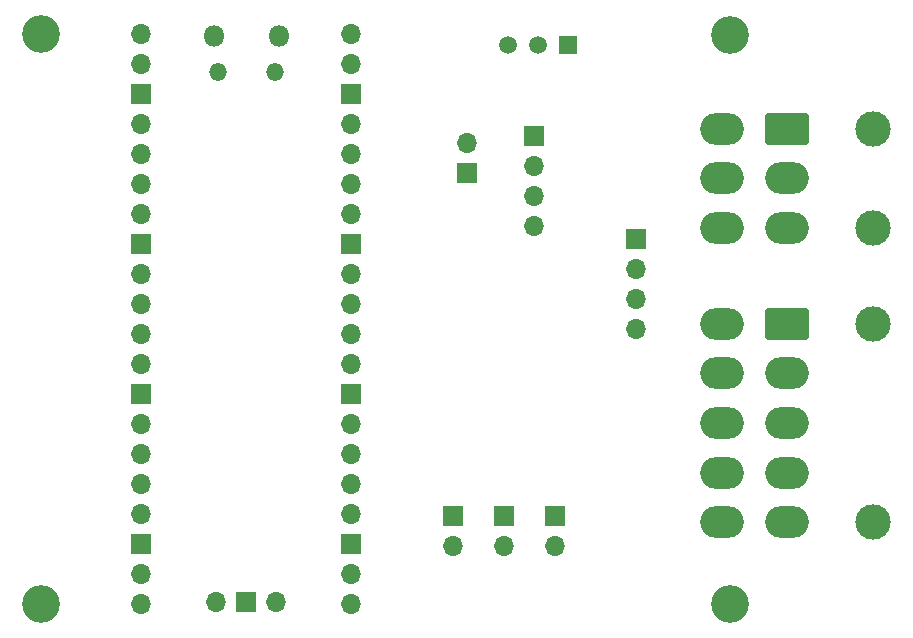
<source format=gbr>
%TF.GenerationSoftware,KiCad,Pcbnew,8.99.0-1896-g1e663268ac*%
%TF.CreationDate,2024-10-16T09:53:04+03:00*%
%TF.ProjectId,diagnostic_tester,64696167-6e6f-4737-9469-635f74657374,rev?*%
%TF.SameCoordinates,Original*%
%TF.FileFunction,Soldermask,Bot*%
%TF.FilePolarity,Negative*%
%FSLAX46Y46*%
G04 Gerber Fmt 4.6, Leading zero omitted, Abs format (unit mm)*
G04 Created by KiCad (PCBNEW 8.99.0-1896-g1e663268ac) date 2024-10-16 09:53:04*
%MOMM*%
%LPD*%
G01*
G04 APERTURE LIST*
G04 Aperture macros list*
%AMRoundRect*
0 Rectangle with rounded corners*
0 $1 Rounding radius*
0 $2 $3 $4 $5 $6 $7 $8 $9 X,Y pos of 4 corners*
0 Add a 4 corners polygon primitive as box body*
4,1,4,$2,$3,$4,$5,$6,$7,$8,$9,$2,$3,0*
0 Add four circle primitives for the rounded corners*
1,1,$1+$1,$2,$3*
1,1,$1+$1,$4,$5*
1,1,$1+$1,$6,$7*
1,1,$1+$1,$8,$9*
0 Add four rect primitives between the rounded corners*
20,1,$1+$1,$2,$3,$4,$5,0*
20,1,$1+$1,$4,$5,$6,$7,0*
20,1,$1+$1,$6,$7,$8,$9,0*
20,1,$1+$1,$8,$9,$2,$3,0*%
G04 Aperture macros list end*
%ADD10C,3.000000*%
%ADD11RoundRect,0.250001X-1.599999X1.099999X-1.599999X-1.099999X1.599999X-1.099999X1.599999X1.099999X0*%
%ADD12O,3.700000X2.700000*%
%ADD13C,3.200000*%
%ADD14R,1.700000X1.700000*%
%ADD15O,1.700000X1.700000*%
%ADD16R,1.500000X1.500000*%
%ADD17C,1.500000*%
%ADD18O,1.800000X1.800000*%
%ADD19O,1.500000X1.500000*%
G04 APERTURE END LIST*
D10*
%TO.C,J5*%
X117060000Y-63950000D03*
X117060000Y-80750000D03*
D11*
X109760000Y-63950000D03*
D12*
X109760000Y-68150000D03*
X109760000Y-72350000D03*
X109760000Y-76550000D03*
X109760000Y-80750000D03*
X104260000Y-63950000D03*
X104260000Y-68150000D03*
X104260000Y-72350000D03*
X104260000Y-76550000D03*
X104260000Y-80750000D03*
%TD*%
D13*
%TO.C,H1*%
X104940000Y-39450000D03*
%TD*%
%TO.C,H3*%
X46590000Y-87630000D03*
%TD*%
D14*
%TO.C,J7*%
X88300000Y-48010000D03*
D15*
X88300000Y-50550000D03*
X88300000Y-53090000D03*
X88300000Y-55630000D03*
%TD*%
D14*
%TO.C,J2*%
X85785000Y-80235000D03*
D15*
X85785000Y-82775000D03*
%TD*%
D14*
%TO.C,J6*%
X82650000Y-51175000D03*
D15*
X82650000Y-48635000D03*
%TD*%
D16*
%TO.C,U3*%
X91190000Y-40330000D03*
D17*
X88650000Y-40330000D03*
X86110000Y-40330000D03*
%TD*%
D14*
%TO.C,J8*%
X96980000Y-56800000D03*
D15*
X96980000Y-59340000D03*
X96980000Y-61880000D03*
X96980000Y-64420000D03*
%TD*%
D10*
%TO.C,J4*%
X117060000Y-47430000D03*
X117060000Y-55830000D03*
D11*
X109760000Y-47430000D03*
D12*
X109760000Y-51630000D03*
X109760000Y-55830000D03*
X104260000Y-47430000D03*
X104260000Y-51630000D03*
X104260000Y-55830000D03*
%TD*%
D13*
%TO.C,H4*%
X104960000Y-87660000D03*
%TD*%
D14*
%TO.C,J3*%
X81485000Y-80235000D03*
D15*
X81485000Y-82775000D03*
%TD*%
D18*
%TO.C,U2*%
X61250000Y-39570000D03*
D19*
X61550000Y-42600000D03*
X66400000Y-42600000D03*
D18*
X66700000Y-39570000D03*
D15*
X55085000Y-39440000D03*
X55085000Y-41980000D03*
D14*
X55085000Y-44520000D03*
D15*
X55085000Y-47060000D03*
X55085000Y-49600000D03*
X55085000Y-52140000D03*
X55085000Y-54680000D03*
D14*
X55085000Y-57220000D03*
D15*
X55085000Y-59760000D03*
X55085000Y-62300000D03*
X55085000Y-64840000D03*
X55085000Y-67380000D03*
D14*
X55085000Y-69920000D03*
D15*
X55085000Y-72460000D03*
X55085000Y-75000000D03*
X55085000Y-77540000D03*
X55085000Y-80080000D03*
D14*
X55085000Y-82620000D03*
D15*
X55085000Y-85160000D03*
X55085000Y-87700000D03*
X72865000Y-87700000D03*
X72865000Y-85160000D03*
D14*
X72865000Y-82620000D03*
D15*
X72865000Y-80080000D03*
X72865000Y-77540000D03*
X72865000Y-75000000D03*
X72865000Y-72460000D03*
D14*
X72865000Y-69920000D03*
D15*
X72865000Y-67380000D03*
X72865000Y-64840000D03*
X72865000Y-62300000D03*
X72865000Y-59760000D03*
D14*
X72865000Y-57220000D03*
D15*
X72865000Y-54680000D03*
X72865000Y-52140000D03*
X72865000Y-49600000D03*
X72865000Y-47060000D03*
D14*
X72865000Y-44520000D03*
D15*
X72865000Y-41980000D03*
X72865000Y-39440000D03*
X61435000Y-87470000D03*
D14*
X63975000Y-87470000D03*
D15*
X66515000Y-87470000D03*
%TD*%
D14*
%TO.C,J1*%
X90125000Y-80235000D03*
D15*
X90125000Y-82775000D03*
%TD*%
D13*
%TO.C,H2*%
X46560000Y-39440000D03*
%TD*%
M02*

</source>
